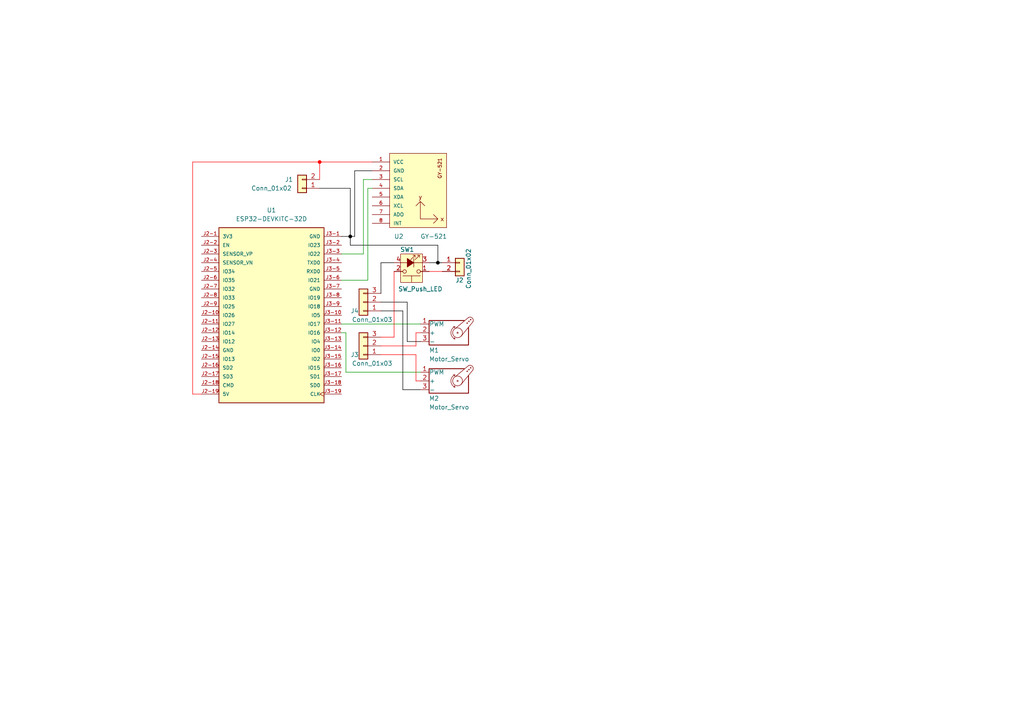
<source format=kicad_sch>
(kicad_sch (version 20230121) (generator eeschema)
  (paper "A4")
  (lib_symbols
    (symbol "Conn_01x02_1" (pin_names (offset 1.016) hide)
      (property "Reference" "J1" (at 3.81 -2.54 0))
      (property "Value" "Conn_01x02" (at 8.89 0 0))
      (symbol "Conn_01x02_1_1_1"
        (rectangle (start -1.27 -2.413) (end 0 -2.667) (stroke (width 0.1524)))
        (rectangle (start -1.27 0.127) (end 0 -0.127) (stroke (width 0.1524)))
        (rectangle (start -1.27 1.27) (end 1.27 -3.81) (stroke (width 0.254)) (fill (type background)))
        (pin input line (at -5.08 0 0) (length 3.81) (name "VCC") (number "1"))
        (pin input line (at -5.08 -2.54 0) (length 3.81) (name "GND") (number "2"))
      )
    )
    (symbol "Connector_Generic:Conn_01x02" (pin_names (offset 1.016) hide)
      (property "Reference" "J2" (at 2.54 0 0))
      (property "Value" "Conn_01x02" (at 2.54 -2.54 0))
      (symbol "Conn_01x02_1_1"
        (rectangle (start -1.27 -2.413) (end 0 -2.667) (stroke (width 0.1524)))
        (rectangle (start -1.27 0.127) (end 0 -0.127) (stroke (width 0.1524)))
        (rectangle (start -1.27 1.27) (end 1.27 -3.81) (stroke (width 0.254)) (fill (type background)))
        (pin input line (at -5.08 0 0) (length 3.81) (name "VCC") (number "1"))
        (pin input line (at -5.08 -2.54 0) (length 3.81) (name "GND") (number "2"))
      )
    )
    (symbol "Connector_Generic:Conn_01x03" (pin_names (offset 1.016) hide)
      (property "Reference" "J" (at 0 5.08 0))
      (property "Value" "Conn_01x03" (at 0 -5.08 0))
      (symbol "Conn_01x03_1_1"
        (rectangle (start -1.27 -2.413) (end 0 -2.667) (stroke (width 0.1524)))
        (rectangle (start -1.27 0.127) (end 0 -0.127) (stroke (width 0.1524)))
        (rectangle (start -1.27 2.667) (end 0 2.413) (stroke (width 0.1524)))
        (rectangle (start -1.27 3.81) (end 1.27 -3.81) (stroke (width 0.254)) (fill (type background)))
        (pin passive line (at -5.08 2.54 0) (length 3.81) (name "Pin_1") (number "1"))
        (pin passive line (at -5.08 0 0) (length 3.81) (name "Pin_2") (number "2"))
        (pin passive line (at -5.08 -2.54 0) (length 3.81) (name "Pin_3") (number "3"))
      )
    )
    (symbol "ESP32-DEVKITC-32D:ESP32-DEVKITC-32D" (pin_names (offset 1.016))
      (property "Reference" "U1" (at 0 30.48 0))
      (property "Value" "ESP32-DEVKITC-32D" (at 0 27.94 0))
      (symbol "ESP32-DEVKITC-32D_0_0"
        (rectangle (start -15.24 25.4) (end 15.24 -25.4) (stroke (width 0.254)) (fill (type background)))
        (pin power_in line (at -20.32 22.86 0) (length 5.08) (name "3V3") (number "J2-1"))
        (pin bidirectional line (at -20.32 0 0) (length 5.08) (name "IO26") (number "J2-10"))
        (pin bidirectional line (at -20.32 -2.54 0) (length 5.08) (name "IO27") (number "J2-11"))
        (pin bidirectional line (at -20.32 -5.08 0) (length 5.08) (name "IO14") (number "J2-12"))
        (pin bidirectional line (at -20.32 -7.62 0) (length 5.08) (name "IO12") (number "J2-13"))
        (pin bidirectional line (at -20.32 -12.7 0) (length 5.08) (name "IO13") (number "J2-15"))
        (pin bidirectional line (at -20.32 -15.24 0) (length 5.08) (name "SD2") (number "J2-16"))
        (pin bidirectional line (at -20.32 -17.78 0) (length 5.08) (name "SD3") (number "J2-17"))
        (pin bidirectional line (at -20.32 -20.32 0) (length 5.08) (name "CMD") (number "J2-18"))
        (pin input line (at -20.32 20.32 0) (length 5.08) (name "EN") (number "J2-2"))
        (pin input line (at -20.32 17.78 0) (length 5.08) (name "SENSOR_VP") (number "J2-3"))
        (pin input line (at -20.32 15.24 0) (length 5.08) (name "SENSOR_VN") (number "J2-4"))
        (pin bidirectional line (at -20.32 12.7 0) (length 5.08) (name "IO34") (number "J2-5"))
        (pin bidirectional line (at -20.32 10.16 0) (length 5.08) (name "IO35") (number "J2-6"))
        (pin bidirectional line (at -20.32 7.62 0) (length 5.08) (name "IO32") (number "J2-7"))
        (pin bidirectional line (at -20.32 5.08 0) (length 5.08) (name "IO33") (number "J2-8"))
        (pin bidirectional line (at -20.32 2.54 0) (length 5.08) (name "IO25") (number "J2-9"))
        (pin bidirectional line (at 20.32 0 180) (length 5.08) (name "IO5") (number "J3-10"))
        (pin bidirectional line (at 20.32 -2.54 180) (length 5.08) (name "IO17") (number "J3-11"))
        (pin bidirectional line (at 20.32 -5.08 180) (length 5.08) (name "IO16") (number "J3-12"))
        (pin bidirectional line (at 20.32 -7.62 180) (length 5.08) (name "IO4") (number "J3-13"))
        (pin bidirectional line (at 20.32 -10.16 180) (length 5.08) (name "IO0") (number "J3-14"))
        (pin bidirectional line (at 20.32 -12.7 180) (length 5.08) (name "IO2") (number "J3-15"))
        (pin bidirectional line (at 20.32 -15.24 180) (length 5.08) (name "IO15") (number "J3-16"))
        (pin bidirectional line (at 20.32 -17.78 180) (length 5.08) (name "SD1") (number "J3-17"))
        (pin bidirectional line (at 20.32 -20.32 180) (length 5.08) (name "SD0") (number "J3-18"))
        (pin input clock (at 20.32 -22.86 180) (length 5.08) (name "CLK") (number "J3-19"))
        (pin bidirectional line (at 20.32 20.32 180) (length 5.08) (name "IO23") (number "J3-2"))
        (pin bidirectional line (at 20.32 17.78 180) (length 5.08) (name "IO22") (number "J3-3"))
        (pin output line (at 20.32 15.24 180) (length 5.08) (name "TXD0") (number "J3-4"))
        (pin input line (at 20.32 12.7 180) (length 5.08) (name "RXD0") (number "J3-5"))
        (pin bidirectional line (at 20.32 10.16 180) (length 5.08) (name "IO21") (number "J3-6"))
        (pin bidirectional line (at 20.32 5.08 180) (length 5.08) (name "IO19") (number "J3-8"))
        (pin bidirectional line (at 20.32 2.54 180) (length 5.08) (name "IO18") (number "J3-9"))
      )
      (symbol "ESP32-DEVKITC-32D_1_0"
        (pin power_in line (at -20.32 -10.16 0) (length 5.08) (name "GND") (number "J2-14"))
        (pin power_in line (at -20.32 -22.86 0) (length 5.08) (name "5V") (number "J2-19"))
        (pin power_in line (at 20.32 22.86 180) (length 5.08) (name "GND") (number "J3-1"))
        (pin power_in line (at 20.32 7.62 180) (length 5.08) (name "GND") (number "J3-7"))
      )
    )
    (symbol "GY-521:GY-521" (pin_names (offset 1.016))
      (property "Reference" "U2" (at 3.81 -24.13 0))
      (property "Value" "GY-521" (at -1.27 -26.67 0))
      (symbol "GY-521_1_0"
        (rectangle (start -10.16 0) (end 6.35 -21.59) (fill (type background)))
        (polyline (pts (xy 21.59 -20.32) (xy 21.59 -20.32)))
        (polyline (pts (xy -2.54 -15.24) (xy -1.27 -13.97) (xy 0 -15.24) (xy -1.27 -13.97) (xy -1.27 -19.05) (xy 3.81 -19.05) (xy 2.54 -17.78) (xy 3.81 -19.05) (xy 2.54 -20.32)))
        (text "GY-521" (at 3.81 -1.27 900) (effects (font (size 1 1)) (justify right top)))
        (text "x\n" (at 5.08 -19.05 0) (effects (font (size 1.27 1.27))))
        (text "y" (at -1.27 -12.7 0) (effects (font (size 1.27 1.27))))
        (pin input line (at -15.24 -2.54 0) (length 5.08) (name "VCC") (number "1"))
        (pin input line (at -15.24 -5.08 0) (length 5.08) (name "GND") (number "2"))
        (pin bidirectional line (at -15.24 -7.62 0) (length 5.08) (name "SCL") (number "3"))
        (pin bidirectional line (at -15.24 -10.16 0) (length 5.08) (name "SDA") (number "4"))
        (pin bidirectional line (at -15.24 -12.7 0) (length 5.08) (name "XDA") (number "5"))
        (pin bidirectional line (at -15.24 -15.24 0) (length 5.08) (name "XCL") (number "6"))
        (pin bidirectional line (at -15.24 -17.78 0) (length 5.08) (name "ADO") (number "7"))
        (pin bidirectional line (at -15.24 -20.32 0) (length 5.08) (name "INT") (number "8"))
      )
    )
    (symbol "Motor:Motor_Servo" (pin_names (offset 0.0254))
      (property "Reference" "M" (at -5.08 4.445 0))
      (property "Value" "Motor_Servo" (at -5.08 -4.064 0))
      (symbol "Motor_Servo_0_1"
        (polyline (pts (xy 2.413 -1.778) (xy 2.032 -1.778)))
        (polyline (pts (xy 2.413 -1.778) (xy 2.286 -1.397)))
        (polyline (pts (xy 2.413 1.778) (xy 1.905 1.778)))
        (polyline (pts (xy 2.413 1.778) (xy 2.286 1.397)))
        (polyline (pts (xy 6.35 4.445) (xy 2.54 1.27)))
        (polyline (pts (xy 7.62 3.175) (xy 4.191 -1.016)))
        (polyline (pts (xy 5.08 3.556) (xy -5.08 3.556) (xy -5.08 -3.556) (xy 6.35 -3.556) (xy 6.35 1.524)) (stroke (width 0.254)))
        (arc (start 2.413 1.778) (mid 1.2406 0) (end 2.413 -1.778))
        (circle (center 3.175 0) (radius 0.1778))
        (circle (center 3.175 0) (radius 1.4224))
        (circle (center 5.969 2.794) (radius 0.127))
        (circle (center 6.477 3.302) (radius 0.127))
        (circle (center 6.985 3.81) (radius 0.127))
        (arc (start 7.62 3.175) (mid 7.4485 4.2735) (end 6.35 4.445))
      )
      (symbol "Motor_Servo_1_1"
        (pin passive line (at -7.62 2.54 0) (length 2.54) (name "PWM") (number "1"))
        (pin passive line (at -7.62 0 0) (length 2.54) (name "+") (number "2"))
        (pin passive line (at -7.62 -2.54 0) (length 2.54) (name "-") (number "3"))
      )
    )
    (symbol "Switch:SW_Push_LED" (pin_names (offset 1.016) hide)
      (property "Reference" "SW" (at 0 7.62 0))
      (property "Value" "SW_Push_LED" (at 0 -3.81 0))
      (symbol "SW_Push_LED_0_0"
        (polyline (pts (xy -2.54 0) (xy 2.54 0)))
        (polyline (pts (xy -2.286 -2.159) (xy -1.016 -0.889)))
        (polyline (pts (xy -1.016 -2.159) (xy 0.254 -0.889)))
        (polyline (pts (xy -0.635 1.27) (xy -0.635 -1.27)))
        (polyline (pts (xy -2.286 -1.524) (xy -2.286 -2.159) (xy -1.651 -2.159)))
        (polyline (pts (xy -1.016 -1.524) (xy -1.016 -2.159) (xy -0.381 -2.159)))
        (polyline (pts (xy -0.635 0) (xy 1.27 1.27) (xy 1.27 -1.27) (xy -0.635 0)) (fill (type outline)))
      )
      (symbol "SW_Push_LED_0_1"
        (circle (center -2.032 2.54) (radius 0.508))
        (polyline (pts (xy 0 3.81) (xy 0 5.588)))
        (polyline (pts (xy 2.54 3.81) (xy -2.54 3.81)))
        (circle (center 2.032 2.54) (radius 0.508))
        (pin passive line (at -5.08 2.54 0) (length 2.54) (name "1") (number "1"))
        (pin passive line (at 5.08 2.54 180) (length 2.54) (name "2") (number "2"))
        (pin passive line (at -5.08 0 0) (length 2.54) (name "K") (number "3"))
        (pin passive line (at 5.08 0 180) (length 2.54) (name "A") (number "4"))
      )
      (symbol "SW_Push_LED_1_1"
        (rectangle (start -3.175 5.715) (end 3.175 -2.54) (fill (type background)))
      )
    )
  )
  (junction (at 101.6 68.58) (color 0 0 0 1))
  (junction (at 127 76.2) (color 0 0 0 1))
  (junction (at 92.71 46.99) (color 255 0 0 1))
  (wire (pts (xy 92.71 46.99) (xy 92.71 52.07)) (stroke (width 0) (color 255 0 0 1)))
  (wire (pts (xy 121.92 110.49) (xy 120.65 110.49)) (stroke (width 0) (color 255 0 0 1)))
  (wire (pts (xy 102.87 49.53) (xy 102.87 68.58)) (stroke (width 0) (color 0 0 0 1)))
  (wire (pts (xy 120.65 96.52) (xy 120.65 100.33)) (stroke (width 0) (color 255 0 0 1)))
  (wire (pts (xy 101.6 54.61) (xy 92.71 54.61)) (stroke (width 0) (color 0 0 0 1)))
  (wire (pts (xy 120.65 96.52) (xy 121.92 96.52)) (stroke (width 0) (color 255 0 0 1)))
  (wire (pts (xy 128.27 76.2) (xy 127 76.2)) (stroke (width 0) (color 0 0 0 1)))
  (wire (pts (xy 105.41 73.66) (xy 99.06 73.66)))
  (wire (pts (xy 99.06 68.58) (xy 101.6 68.58)) (stroke (width 0) (color 0 0 0 1)))
  (wire (pts (xy 116.84 90.17) (xy 116.84 113.03)) (stroke (width 0) (color 0 0 0 1)))
  (wire (pts (xy 99.06 93.98) (xy 121.92 93.98)))
  (wire (pts (xy 105.41 52.07) (xy 105.41 73.66)))
  (wire (pts (xy 55.88 46.99) (xy 92.71 46.99)) (stroke (width 0) (color 255 0 0 1)))
  (wire (pts (xy 127 76.2) (xy 124.46 76.2)) (stroke (width 0) (color 0 0 0 1)))
  (wire (pts (xy 101.6 68.58) (xy 102.87 68.58)) (stroke (width 0) (color 0 0 0 1)))
  (wire (pts (xy 116.84 90.17) (xy 110.49 90.17)) (stroke (width 0) (color 0 0 0 1)))
  (wire (pts (xy 100.33 107.95) (xy 100.33 96.52)))
  (wire (pts (xy 55.88 46.99) (xy 55.88 114.3)) (stroke (width 0) (color 255 0 0 1)))
  (wire (pts (xy 118.11 87.63) (xy 118.11 99.06)) (stroke (width 0) (color 0 0 0 1)))
  (wire (pts (xy 120.65 100.33) (xy 110.49 100.33)) (stroke (width 0) (color 255 0 0 1)))
  (wire (pts (xy 127 76.2) (xy 127 71.12)) (stroke (width 0) (color 0 0 0 1)))
  (wire (pts (xy 128.27 78.74) (xy 124.46 78.74)) (stroke (width 0) (color 255 0 0 1)))
  (wire (pts (xy 55.88 114.3) (xy 58.42 114.3)) (stroke (width 0) (color 255 0 0 1)))
  (wire (pts (xy 114.3 76.2) (xy 110.49 76.2)) (stroke (width 0) (color 0 0 0 1)))
  (wire (pts (xy 100.33 96.52) (xy 99.06 96.52)))
  (wire (pts (xy 106.68 81.28) (xy 99.06 81.28)))
  (wire (pts (xy 114.3 97.79) (xy 110.49 97.79)) (stroke (width 0) (color 255 0 0 1)))
  (wire (pts (xy 106.68 54.61) (xy 106.68 81.28)))
  (wire (pts (xy 101.6 54.61) (xy 101.6 68.58)) (stroke (width 0) (color 0 0 0 1)))
  (wire (pts (xy 110.49 76.2) (xy 110.49 85.09)) (stroke (width 0) (color 0 0 0 1)))
  (wire (pts (xy 107.95 52.07) (xy 105.41 52.07)))
  (wire (pts (xy 120.65 110.49) (xy 120.65 102.87)) (stroke (width 0) (color 255 0 0 1)))
  (wire (pts (xy 92.71 46.99) (xy 107.95 46.99)) (stroke (width 0) (color 255 0 0 1)))
  (wire (pts (xy 100.33 107.95) (xy 121.92 107.95)))
  (wire (pts (xy 114.3 78.74) (xy 114.3 97.79)) (stroke (width 0) (color 255 0 0 1)))
  (wire (pts (xy 118.11 99.06) (xy 121.92 99.06)) (stroke (width 0) (color 0 0 0 1)))
  (wire (pts (xy 120.65 102.87) (xy 110.49 102.87)) (stroke (width 0) (color 255 0 0 1)))
  (wire (pts (xy 102.87 49.53) (xy 107.95 49.53)) (stroke (width 0) (color 0 0 0 1)))
  (wire (pts (xy 101.6 71.12) (xy 127 71.12)) (stroke (width 0) (color 0 0 0 1)))
  (wire (pts (xy 107.95 54.61) (xy 106.68 54.61)))
  (wire (pts (xy 118.11 87.63) (xy 110.49 87.63)) (stroke (width 0) (color 0 0 0 1)))
  (wire (pts (xy 116.84 113.03) (xy 121.92 113.03)) (stroke (width 0) (color 0 0 0 1)))
  (wire (pts (xy 101.6 71.12) (xy 101.6 68.58)) (stroke (width 0) (color 0 0 0 1)))
  (symbol (lib_id "ESP32-DEVKITC-32D:ESP32-DEVKITC-32D") (at 78.74 91.44 0) (unit 1)
    (property "Reference" "U1" (at 78.74 60.96 0))
    (property "Value" "ESP32-DEVKITC-32D" (at 78.74 63.5 0))
    (property "Footprint" "ESP32-DEVKITC-32D:MODULE_ESP32-DEVKITC-32D" (effects hide))
    (property "MF" "Espressif Systems" (effects hide))
    (property "MAXIMUM_PACKAGE_HEIGHT" "N/A" (effects hide))
    (property "Package" "None" (effects hide))
    (property "Price" "None" (effects hide))
    (property "Check_prices" "https://www.snapeda.com/parts/ESP32-DEVKITC-32D/Espressif+Systems/view-part/?ref=eda" (effects hide))
    (property "STANDARD" "Manufacturer Recommendations" (effects hide))
    (property "PARTREV" "V4" (effects hide))
    (property "SnapEDA_Link" "https://www.snapeda.com/parts/ESP32-DEVKITC-32D/Espressif+Systems/view-part/?ref=snap" (effects hide))
    (property "MP" "ESP32-DEVKITC-32D" (effects hide))
    (property "Description" "\nWiFi Development Tools (802.11) ESP32 General Development Kit, ESP32-WROOM-32D on the board\n" (effects hide))
    (property "MANUFACTURER" "Espressif Systems" (effects hide))
    (property "Availability" "In Stock" (effects hide))
    (property "SNAPEDA_PN" "ESP32-DEVKITC-32D" (effects hide))
  )
  (symbol (lib_id "Switch:SW_Push_LED") (at 119.38 76.2 180) (unit 1)
    (property "Reference" "SW1" (at 118.11 72.39 0))
    (property "Value" "SW_Push_LED" (at 121.92 83.82 0))
    (property "Footprint" "Button_Switch_THT:Push_E-Switch_KS01Q01" (effects hide))
  )
  (symbol (lib_name "Conn_01x02_1") (lib_id "Connector_Generic:Conn_01x02") (at 87.63 54.61 180) (unit 1)
    (property "Reference" "J1" (at 83.82 52.07 0))
    (property "Value" "Conn_01x02" (at 78.74 54.61 0))
    (property "Footprint" "GY-521:CONN_01x02" (effects hide))
  )
  (symbol (lib_id "Connector_Generic:Conn_01x03") (at 105.41 100.33 180) (unit 1)
    (property "Reference" "J3" (at 102.87 102.87 0))
    (property "Value" "Conn_01x03" (at 107.95 105.41 0))
    (property "Footprint" "GY-521:CONN_01x02" (effects hide))
  )
  (symbol (lib_id "Connector_Generic:Conn_01x03") (at 105.41 87.63 180) (unit 1)
    (property "Reference" "J4" (at 102.87 90.17 0))
    (property "Value" "Conn_01x03" (at 107.95 92.71 0))
    (property "Footprint" "GY-521:CONN_01x02" (effects hide))
  )
  (symbol (lib_id "Motor:Motor_Servo") (at 129.54 96.52 0) (unit 1)
    (property "Reference" "M1" (at 124.46 101.6 0) (effects (justify left)))
    (property "Value" "Motor_Servo" (at 124.46 104.14 0) (effects (justify left)))
    (property "Datasheet" "http://forums.parallax.com/uploads/attachments/46831/74481.png" (effects hide))
  )
  (symbol (lib_id "Connector_Generic:Conn_01x02") (at 133.35 76.2 0) (unit 1)
    (property "Reference" "J2" (at 132.08 81.28 0) (effects (justify left)))
    (property "Value" "Conn_01x02" (at 135.89 83.82 90) (effects (justify left)))
    (property "Footprint" "GY-521:CONN_01x02" (effects hide))
  )
  (symbol (lib_id "GY-521:GY-521") (at 123.19 44.45 0) (unit 1)
    (property "Reference" "U2" (at 114.3 68.58 0) (effects (justify left)))
    (property "Value" "GY-521" (at 121.92 68.58 0) (effects (justify left)))
    (property "Footprint" "GY-521:GY-521" (effects hide))
    (property "MF" "GODREAM FORDREAM CO., LIMITED" (effects hide))
    (property "Description" "\nTriple Axis Accelerometer Gyro Breakout\n" (effects hide))
    (property "Package" "Package" (effects hide))
    (property "Price" "None" (effects hide))
    (property "SnapEDA_Link" "https://www.snapeda.com/parts/GY-521/GODREAM+FORDREAM+CO.%252C+LIMITED/view-part/?ref=snap" (effects hide))
    (property "MP" "GY-521" (effects hide))
    (property "Availability" "Not in stock" (effects hide))
    (property "Check_prices" "https://www.snapeda.com/parts/GY-521/GODREAM+FORDREAM+CO.%252C+LIMITED/view-part/?ref=eda" (effects hide))
  )
  (symbol (lib_id "Motor:Motor_Servo") (at 129.54 110.49 0) (unit 1)
    (property "Reference" "M2" (at 124.46 115.57 0) (effects (justify left)))
    (property "Value" "Motor_Servo" (at 124.46 118.11 0) (effects (justify left)))
    (property "Datasheet" "http://forums.parallax.com/uploads/attachments/46831/74481.png" (effects hide))
  )
)
</source>
